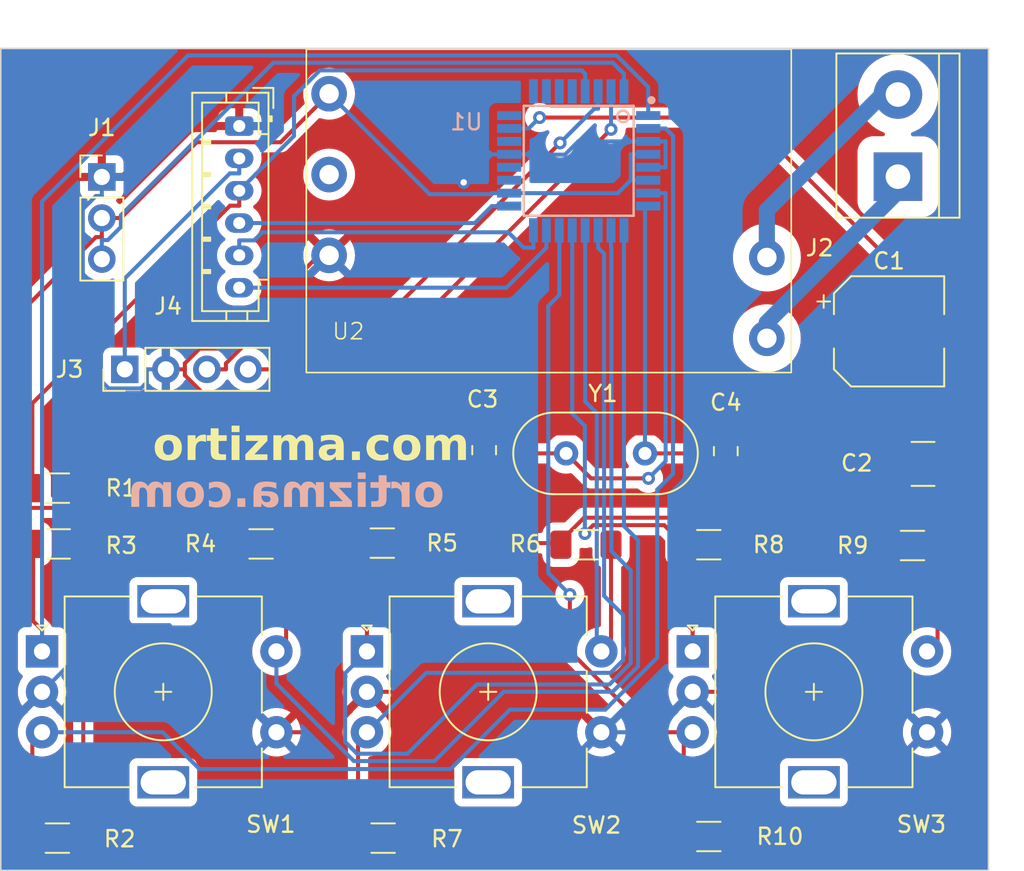
<source format=kicad_pcb>
(kicad_pcb (version 20221018) (generator pcbnew)
  (title_block (title "LightController") (date "2023-08-25") (rev "1.0.0") (company "Pablo Ortiz López") (comment 1 "ortizma.com") (comment 2 "Controls up to 3 LightDimmer units using ASK Codes (433MHz)"))
  (layers (0 "F.Cu" signal) (31 "B.Cu" signal) (34 "B.Paste" user) (35 "F.Paste" user) (36 "B.SilkS" user "B.Silkscreen") (37 "F.SilkS" user "F.Silkscreen") (38 "B.Mask" user) (39 "F.Mask" user) (44 "Edge.Cuts" user))
  (net 0 "")
  (net 1 "Net-(J2-AC_P)")
  (net 2 "Net-(J2-AC_N)")
  (net 3 "/PD3")
  (net 4 "/PD4")
  (net 5 "GND")
  (net 6 "/PD5")
  (net 7 "/RESET")
  (net 8 "+5V")
  (net 9 "Net-(U1-PB7)")
  (net 10 "Net-(U1-PB6)")
  (net 11 "VCC")
  (net 12 "/TX")
  (net 13 "/RX")
  (net 14 "/SCK")
  (net 15 "/MISO")
  (net 16 "/MOSI")
  (net 17 "/PD2")
  (net 18 "/PD6")
  (net 19 "/PB0")
  (net 20 "/PD7")
  (net 21 "/PB1")
  (net 22 "/PC0")
  (net 26 "/PB2")
  (footprint "Resistor_SMD:R_1206_3216Metric_Pad1.30x1.75mm_HandSolder" (layer "F.Cu") (at 163.904 104)
    (fp_text reference "R8" (at 3.7 0) (layer "F.SilkS"))
    (fp_text value "10K" hide)
    (pad "1" smd roundrect (at -1.55 0) (size 1.3 1.75) (layers "F.Cu" "F.Paste" "F.Mask") (roundrect_rratio 0.1923076923) (net 21 "/PB1"))
    (pad "2" smd roundrect (at 1.55 0) (size 1.3 1.75) (layers "F.Cu" "F.Paste" "F.Mask") (roundrect_rratio 0.1923076923) (net 8 "+5V"))
  )
  (footprint "Resistor_SMD:R_1206_3216Metric_Pad1.30x1.75mm_HandSolder" (layer "F.Cu") (at 176.504 104.05)
    (fp_text reference "R9" (at -3.7 0) (layer "F.SilkS"))
    (fp_text value "10K" hide)
    (pad "1" smd roundrect (at -1.55 0) (size 1.3 1.75) (layers "F.Cu" "F.Paste" "F.Mask") (roundrect_rratio 0.1923076923) (net 8 "+5V"))
    (pad "2" smd roundrect (at 1.55 0) (size 1.3 1.75) (layers "F.Cu" "F.Paste" "F.Mask") (roundrect_rratio 0.1923076923) (net 22 "/PC0"))
  )
  (footprint "Resistor_SMD:R_1206_3216Metric_Pad1.30x1.75mm_HandSolder" (layer "F.Cu") (at 136.204 103.95)
    (fp_text reference "R4" (at -3.75 0) (layer "F.SilkS"))
    (fp_text value "10K" hide)
    (pad "1" smd roundrect (at -1.55 0) (size 1.3 1.75) (layers "F.Cu" "F.Paste" "F.Mask") (roundrect_rratio 0.1923076923) (net 8 "+5V"))
    (pad "2" smd roundrect (at 1.55 0) (size 1.3 1.75) (layers "F.Cu" "F.Paste" "F.Mask") (roundrect_rratio 0.1923076923) (net 6 "/PD5"))
  )
  (footprint "Connector_PinHeader_2.54mm:PinHeader_1x04_P2.54mm_Vertical" (layer "F.Cu") (at 127.774 93.15 90)
    (fp_text reference "J3" (at 0 -3.42) (layer "F.SilkS"))
    (fp_text value "SERIAL")
    (pad "1" thru_hole rect (at 0 0 90) (size 1.7 1.7) (drill 1) (layers "*.Cu" "*.Mask") (net 11 "VCC"))
    (pad "2" thru_hole oval (at 0 2.54 90) (size 1.7 1.7) (drill 1) (layers "*.Cu" "*.Mask") (net 5 "GND"))
    (pad "3" thru_hole oval (at 0 5.08 90) (size 1.7 1.7) (drill 1) (layers "*.Cu" "*.Mask") (net 12 "/TX"))
    (pad "4" thru_hole oval (at 0 7.62 90) (size 1.7 1.7) (drill 1) (layers "*.Cu" "*.Mask") (net 13 "/RX"))
  )
  (footprint "Resistor_SMD:R_1206_3216Metric_Pad1.30x1.75mm_HandSolder" (layer "F.Cu") (at 123.604 100.5)
    (fp_text reference "R1" (at 3.95 0) (layer "F.SilkS"))
    (fp_text value "10K" hide)
    (pad "1" smd roundrect (at -1.55 0) (size 1.3 1.75) (layers "F.Cu" "F.Paste" "F.Mask") (roundrect_rratio 0.1923076923) (net 7 "/RESET"))
    (pad "2" smd roundrect (at 1.55 0) (size 1.3 1.75) (layers "F.Cu" "F.Paste" "F.Mask") (roundrect_rratio 0.1923076923) (net 8 "+5V"))
  )
  (footprint "Capacitor_SMD:CP_Elec_6.3x4.9" (layer "F.Cu") (at 175.054 90.8)
    (fp_text reference "C1" (at 0 -4.35) (layer "F.SilkS"))
    (fp_text value "10uF")
    (pad "1" smd roundrect (at -2.8 0) (size 3.5 1.6) (layers "F.Cu" "F.Paste" "F.Mask") (roundrect_rratio 0.15625) (net 8 "+5V"))
    (pad "2" smd roundrect (at 2.8 0) (size 3.5 1.6) (layers "F.Cu" "F.Paste" "F.Mask") (roundrect_rratio 0.15625) (net 5 "GND"))
  )
  (footprint "Resistor_SMD:R_1206_3216Metric_Pad1.30x1.75mm_HandSolder" (layer "F.Cu") (at 143.704 103.9)
    (fp_text reference "R5" (at 3.7 0) (layer "F.SilkS"))
    (fp_text value "10K" hide)
    (pad "1" smd roundrect (at -1.55 0) (size 1.3 1.75) (layers "F.Cu" "F.Paste" "F.Mask") (roundrect_rratio 0.1923076923) (net 18 "/PD6"))
    (pad "2" smd roundrect (at 1.55 0) (size 1.3 1.75) (layers "F.Cu" "F.Paste" "F.Mask") (roundrect_rratio 0.1923076923) (net 8 "+5V"))
  )
  (footprint "Resistor_SMD:R_1206_3216Metric_Pad1.30x1.75mm_HandSolder" (layer "F.Cu") (at 123.654 103.95)
    (fp_text reference "R3" (at 3.9 0.1) (layer "F.SilkS"))
    (fp_text value "10K" hide)
    (pad "1" smd roundrect (at -1.55 0) (size 1.3 1.75) (layers "F.Cu" "F.Paste" "F.Mask") (roundrect_rratio 0.1923076923) (net 3 "/PD3"))
    (pad "2" smd roundrect (at 1.55 0) (size 1.3 1.75) (layers "F.Cu" "F.Paste" "F.Mask") (roundrect_rratio 0.1923076923) (net 8 "+5V"))
  )
  (footprint "AA_Footprints:RotaryEncoder_Alps_EC11E-Switch_Vertical_H20mm" (layer "F.Cu") (at 122.654 110.6)
    (fp_text reference "SW1" (at 14.15 10.7 180) (layer "F.SilkS"))
    (fp_text value "RotaryEncoder_Switch" hide)
    (pad "A" thru_hole rect (at 0 0) (size 2 2) (drill 1) (layers "*.Cu" "*.Mask") (net 3 "/PD3"))
    (pad "B" thru_hole circle (at 0 5) (size 2 2) (drill 1) (layers "*.Cu" "*.Mask") (net 4 "/PD4"))
    (pad "C" thru_hole circle (at 0 2.5) (size 2 2) (drill 1) (layers "*.Cu" "*.Mask") (net 5 "GND"))
    (pad "MP" thru_hole rect (at 7.5 -3.1) (size 3.2 2) (drill oval 2.8 1.5) (layers "*.Cu" "*.Mask"))
    (pad "MP" thru_hole rect (at 7.5 8.1) (size 3.2 2) (drill oval 2.8 1.5) (layers "*.Cu" "*.Mask"))
    (pad "S1" thru_hole circle (at 14.5 5) (size 2 2) (drill 1) (layers "*.Cu" "*.Mask") (net 5 "GND"))
    (pad "S2" thru_hole circle (at 14.5 0) (size 2 2) (drill 1) (layers "*.Cu" "*.Mask") (net 6 "/PD5"))
  )
  (footprint "Connector_JST:JST_PH_B6B-PH-K_1x06_P2.00mm_Vertical" (layer "F.Cu") (at 134.854 78.1 -90)
    (fp_text reference "J4" (at 11.15 4.4 -180) (layer "F.SilkS"))
    (fp_text value "ICSP")
    (pad "1" thru_hole roundrect (at 0 0 270) (size 1.2 1.75) (drill 0.75) (layers "*.Cu" "*.Mask") (roundrect_rratio 0.2083333333) (net 5 "GND"))
    (pad "2" thru_hole oval (at 2 0 270) (size 1.2 1.75) (drill 0.75) (layers "*.Cu" "*.Mask") (net 11 "VCC"))
    (pad "3" thru_hole oval (at 4 0 270) (size 1.2 1.75) (drill 0.75) (layers "*.Cu" "*.Mask") (net 7 "/RESET"))
    (pad "4" thru_hole oval (at 6 0 270) (size 1.2 1.75) (drill 0.75) (layers "*.Cu" "*.Mask") (net 14 "/SCK"))
    (pad "5" thru_hole oval (at 8 0 270) (size 1.2 1.75) (drill 0.75) (layers "*.Cu" "*.Mask") (net 15 "/MISO"))
    (pad "6" thru_hole oval (at 10 0 270) (size 1.2 1.75) (drill 0.75) (layers "*.Cu" "*.Mask") (net 16 "/MOSI"))
  )
  (footprint "Capacitor_SMD:C_0805_2012Metric_Pad1.18x1.45mm_HandSolder" (layer "F.Cu") (at 164.954 98.2125 -90)
    (fp_text reference "C4" (at -3.0125 0 -180) (layer "F.SilkS"))
    (fp_text value "22pF" hide)
    (pad "1" smd roundrect (at -1.0375 0 270) (size 1.175 1.45) (layers "F.Cu" "F.Paste" "F.Mask") (roundrect_rratio 0.2127659574) (net 5 "GND"))
    (pad "2" smd roundrect (at 1.0375 0 270) (size 1.175 1.45) (layers "F.Cu" "F.Paste" "F.Mask") (roundrect_rratio 0.2127659574) (net 9 "Net-(U1-PB7)"))
  )
  (footprint "AA_Footprints:5V07" (layer "F.Cu") (at 153.564 83.51)
    (fp_text reference "U2" (at -11.96 7.29 unlocked) (layer "F.SilkS") (effects (font (thickness 0.1))))
    (fp_text value "5V07 Transformer")
    (pad "1" thru_hole circle (at 13.93 7.72) (size 2.2 2.2) (drill 1.2) (layers "*.Cu" "*.Mask") (net 1 "Net-(J2-AC_P)"))
    (pad "2" thru_hole circle (at 13.93 2.72) (size 2.2 2.2) (drill 1.2) (layers "*.Cu" "*.Mask") (net 2 "Net-(J2-AC_N)"))
    (pad "3" thru_hole circle (at -13.15 2.59) (size 2.2 2.2) (drill 1.2) (layers "*.Cu" "*.Mask") (net 5 "GND"))
    (pad "4" thru_hole circle (at -13.15 -2.41) (size 2.2 2.2) (drill 1.2) (layers "*.Cu" "*.Mask"))
    (pad "5" thru_hole circle (at -13.15 -7.41) (size 2.2 2.2) (drill 1.2) (layers "*.Cu" "*.Mask") (net 8 "+5V"))
  )
  (footprint "Capacitor_SMD:C_1210_3225Metric_Pad1.33x2.70mm_HandSolder" (layer "F.Cu") (at 177.154 99)
    (fp_text reference "C2" (at -4.1 -0.05) (layer "F.SilkS"))
    (fp_text value "100nF")
    (pad "1" smd roundrect (at -1.5625 0) (size 1.325 2.7) (layers "F.Cu" "F.Paste" "F.Mask") (roundrect_rratio 0.1886792453) (net 8 "+5V"))
    (pad "2" smd roundrect (at 1.5625 0) (size 1.325 2.7) (layers "F.Cu" "F.Paste" "F.Mask") (roundrect_rratio 0.1886792453) (net 5 "GND"))
  )
  (footprint "Resistor_SMD:R_1206_3216Metric_Pad1.30x1.75mm_HandSolder" (layer "F.Cu") (at 156.304 104)
    (fp_text reference "R6" (at -3.75 -0.05) (layer "F.SilkS"))
    (fp_text value "10K" hide)
    (pad "1" smd roundrect (at -1.55 0) (size 1.3 1.75) (layers "F.Cu" "F.Paste" "F.Mask") (roundrect_rratio 0.1923076923) (net 8 "+5V"))
    (pad "2" smd roundrect (at 1.55 0) (size 1.3 1.75) (layers "F.Cu" "F.Paste" "F.Mask") (roundrect_rratio 0.1923076923) (net 19 "/PB0"))
  )
  (footprint "AA_Footprints:RotaryEncoder_Alps_EC11E-Switch_Vertical_H20mm" (layer "F.Cu") (at 142.754 110.6)
    (fp_text reference "SW2" (at 14.2 10.75 180) (layer "F.SilkS"))
    (fp_text value "RotaryEncoder_Switch" hide)
    (pad "A" thru_hole rect (at 0 0) (size 2 2) (drill 1) (layers "*.Cu" "*.Mask") (net 18 "/PD6"))
    (pad "B" thru_hole circle (at 0 5) (size 2 2) (drill 1) (layers "*.Cu" "*.Mask") (net 20 "/PD7"))
    (pad "C" thru_hole circle (at 0 2.5) (size 2 2) (drill 1) (layers "*.Cu" "*.Mask") (net 5 "GND"))
    (pad "MP" thru_hole rect (at 7.5 -3.1) (size 3.2 2) (drill oval 2.8 1.5) (layers "*.Cu" "*.Mask"))
    (pad "MP" thru_hole rect (at 7.5 8.1) (size 3.2 2) (drill oval 2.8 1.5) (layers "*.Cu" "*.Mask"))
    (pad "S1" thru_hole circle (at 14.5 5) (size 2 2) (drill 1) (layers "*.Cu" "*.Mask") (net 5 "GND"))
    (pad "S2" thru_hole circle (at 14.5 0) (size 2 2) (drill 1) (layers "*.Cu" "*.Mask") (net 19 "/PB0"))
  )
  (footprint "AA_Footprints:Terminal_KF128-2P" (layer "F.Cu") (at 175.604 81.23 90)
    (fp_text reference "J2" (at -4.41 -4.85 180) (layer "F.SilkS"))
    (fp_text value "AC")
    (pad "1" thru_hole rect (at 0 0 90) (size 3 3) (drill 1.52) (layers "*.Cu" "*.Mask") (net 1 "Net-(J2-AC_P)"))
    (pad "2" thru_hole circle (at 5.08 0 90) (size 3 3) (drill 1.52) (layers "*.Cu" "*.Mask") (net 2 "Net-(J2-AC_N)"))
  )
  (footprint "AA_Footprints:RF ASK Emitter" (layer "F.Cu") (at 126.354 81.25)
    (fp_text reference "J1" (at 0 -3.05 180) (layer "F.SilkS"))
    (fp_text value "RF_TX")
    (pad "1" thru_hole rect (at 0 0) (size 1.7 1.7) (drill 1) (layers "*.Cu" "*.Mask") (net 5 "GND"))
    (pad "2" thru_hole oval (at 0 2.54) (size 1.7 1.7) (drill 1) (layers "*.Cu" "*.Mask") (net 8 "+5V"))
    (pad "3" thru_hole oval (at 0 5.08) (size 1.7 1.7) (drill 1) (layers "*.Cu" "*.Mask") (net 17 "/PD2"))
  )
  (footprint "AA_Footprints:RotaryEncoder_Alps_EC11E-Switch_Vertical_H20mm" (layer "F.Cu") (at 162.904 110.6)
    (fp_text reference "SW3" (at 14.15 10.7 180) (layer "F.SilkS"))
    (fp_text value "RotaryEncoder_Switch" hide)
    (pad "A" thru_hole rect (at 0 0) (size 2 2) (drill 1) (layers "*.Cu" "*.Mask") (net 21 "/PB1"))
    (pad "B" thru_hole circle (at 0 5) (size 2 2) (drill 1) (layers "*.Cu" "*.Mask") (net 26 "/PB2"))
    (pad "C" thru_hole circle (at 0 2.5) (size 2 2) (drill 1) (layers "*.Cu" "*.Mask") (net 5 "GND"))
    (pad "MP" thru_hole rect (at 7.5 -3.1) (size 3.2 2) (drill oval 2.8 1.5) (layers "*.Cu" "*.Mask"))
    (pad "MP" thru_hole rect (at 7.5 8.1) (size 3.2 2) (drill oval 2.8 1.5) (layers "*.Cu" "*.Mask"))
    (pad "S1" thru_hole circle (at 14.5 5) (size 2 2) (drill 1) (layers "*.Cu" "*.Mask") (net 5 "GND"))
    (pad "S2" thru_hole circle (at 14.5 0) (size 2 2) (drill 1) (layers "*.Cu" "*.Mask") (net 22 "/PC0"))
  )
  (footprint "Capacitor_SMD:C_0805_2012Metric_Pad1.18x1.45mm_HandSolder" (layer "F.Cu") (at 150.004 98.15 -90)
    (fp_text reference "C3" (at -3.15 0.1 -180) (layer "F.SilkS"))
    (fp_text value "22pF" hide)
    (pad "1" smd roundrect (at -1.0375 0 270) (size 1.175 1.45) (layers "F.Cu" "F.Paste" "F.Mask") (roundrect_rratio 0.2127659574) (net 5 "GND"))
    (pad "2" smd roundrect (at 1.0375 0 270) (size 1.175 1.45) (layers "F.Cu" "F.Paste" "F.Mask") (roundrect_rratio 0.2127659574) (net 10 "Net-(U1-PB6)"))
  )
  (footprint "Resistor_SMD:R_1206_3216Metric_Pad1.30x1.75mm_HandSolder" (layer "F.Cu") (at 143.754 122.15)
    (fp_text reference "R7" (at 3.95 0.05) (layer "F.SilkS"))
    (fp_text value "10K" hide)
    (pad "1" smd roundrect (at -1.55 0) (size 1.3 1.75) (layers "F.Cu" "F.Paste" "F.Mask") (roundrect_rratio 0.1923076923) (net 20 "/PD7"))
    (pad "2" smd roundrect (at 1.55 0) (size 1.3 1.75) (layers "F.Cu" "F.Paste" "F.Mask") (roundrect_rratio 0.1923076923) (net 8 "+5V"))
  )
  (footprint "Resistor_SMD:R_1206_3216Metric_Pad1.30x1.75mm_HandSolder" (layer "F.Cu") (at 163.904 122.05)
    (fp_text reference "R10" (at 4.4 0) (layer "F.SilkS"))
    (fp_text value "10K" hide)
    (pad "1" smd roundrect (at -1.55 0) (size 1.3 1.75) (layers "F.Cu" "F.Paste" "F.Mask") (roundrect_rratio 0.1923076923) (net 26 "/PB2"))
    (pad "2" smd roundrect (at 1.55 0) (size 1.3 1.75) (layers "F.Cu" "F.Paste" "F.Mask") (roundrect_rratio 0.1923076923) (net 8 "+5V"))
  )
  (footprint "Resistor_SMD:R_1206_3216Metric_Pad1.30x1.75mm_HandSolder" (layer "F.Cu") (at 123.604 122.15)
    (fp_text reference "R2" (at 3.85 0.05) (layer "F.SilkS"))
    (fp_text value "10K" hide)
    (pad "1" smd roundrect (at -1.55 0) (size 1.3 1.75) (layers "F.Cu" "F.Paste" "F.Mask") (roundrect_rratio 0.1923076923) (net 4 "/PD4"))
    (pad "2" smd roundrect (at 1.55 0) (size 1.3 1.75) (layers "F.Cu" "F.Paste" "F.Mask") (roundrect_rratio 0.1923076923) (net 8 "+5V"))
  )
  (footprint "Crystal:Crystal_HC49-4H_Vertical" (layer "F.Cu") (at 159.954 98.35 180)
    (fp_text reference "Y1" (at 2.6 3.7 180) (layer "F.SilkS"))
    (fp_text value "16MHz")
    (pad "1" thru_hole circle (at 0 0 180) (size 1.5 1.5) (drill 0.8) (layers "*.Cu" "*.Mask") (net 9 "Net-(U1-PB7)"))
    (pad "2" thru_hole circle (at 4.88 0 180) (size 1.5 1.5) (drill 0.8) (layers "*.Cu" "*.Mask") (net 10 "Net-(U1-PB6)"))
  )
  (footprint "AA_Footprints:Atmega328p-TQFP" (layer "B.Cu") (at 155.854 80.25 180)
    (fp_text reference "U1" (at 6.95 2.4) (layer "B.SilkS") (effects (justify mirror)))
    (fp_text value "ATMEGA328P-AU")
    (pad "1" smd rect (at -4.3 2.8 180) (size 1.5 0.55) (layers "B.Cu" "B.Paste" "B.Mask") (net 3 "/PD3"))
    (pad "2" smd rect (at -4.3 2 180) (size 1.5 0.55) (layers "B.Cu" "B.Paste" "B.Mask") (net 4 "/PD4"))
    (pad "3" smd rect (at -4.3 1.2 180) (size 1.5 0.55) (layers "B.Cu" "B.Paste" "B.Mask") (net 5 "GND"))
    (pad "4" smd rect (at -4.3 0.4 180) (size 1.5 0.55) (layers "B.Cu" "B.Paste" "B.Mask") (net 8 "+5V"))
    (pad "5" smd rect (at -4.3 -0.4 180) (size 1.5 0.55) (layers "B.Cu" "B.Paste" "B.Mask") (net 5 "GND"))
    (pad "6" smd rect (at -4.3 -1.2 180) (size 1.5 0.55) (layers "B.Cu" "B.Paste" "B.Mask") (net 8 "+5V"))
    (pad "7" smd rect (at -4.3 -2 180) (size 1.5 0.55) (layers "B.Cu" "B.Paste" "B.Mask") (net 10 "Net-(U1-PB6)"))
    (pad "8" smd rect (at -4.3 -2.8 180) (size 1.5 0.55) (layers "B.Cu" "B.Paste" "B.Mask") (net 9 "Net-(U1-PB7)"))
    (pad "9" smd rect (at -2.8 -4.3 180) (size 0.55 1.5) (layers "B.Cu" "B.Paste" "B.Mask") (net 6 "/PD5"))
    (pad "10" smd rect (at -2 -4.3 180) (size 0.55 1.5) (layers "B.Cu" "B.Paste" "B.Mask") (net 18 "/PD6"))
    (pad "11" smd rect (at -1.2 -4.3 180) (size 0.55 1.5) (layers "B.Cu" "B.Paste" "B.Mask") (net 20 "/PD7"))
    (pad "12" smd rect (at -0.4 -4.3 180) (size 0.55 1.5) (layers "B.Cu" "B.Paste" "B.Mask") (net 19 "/PB0"))
    (pad "13" smd rect (at 0.4 -4.3 180) (size 0.55 1.5) (layers "B.Cu" "B.Paste" "B.Mask") (net 21 "/PB1"))
    (pad "14" smd rect (at 1.2 -4.3 180) (size 0.55 1.5) (layers "B.Cu" "B.Paste" "B.Mask") (net 26 "/PB2"))
    (pad "15" smd rect (at 2 -4.3 180) (size 0.55 1.5) (layers "B.Cu" "B.Paste" "B.Mask") (net 16 "/MOSI"))
    (pad "16" smd rect (at 2.8 -4.3 180) (size 0.55 1.5) (layers "B.Cu" "B.Paste" "B.Mask") (net 15 "/MISO"))
    (pad "17" smd rect (at 4.3 -2.8 180) (size 1.5 0.55) (layers "B.Cu" "B.Paste" "B.Mask") (net 14 "/SCK"))
    (pad "18" smd rect (at 4.3 -2 180) (size 1.5 0.55) (layers "B.Cu" "B.Paste" "B.Mask") (net 8 "+5V"))
    (pad "19" smd rect (at 4.3 -1.2 180) (size 1.5 0.55) (layers "B.Cu" "B.Paste" "B.Mask"))
    (pad "20" smd rect (at 4.3 -0.4 180) (size 1.5 0.55) (layers "B.Cu" "B.Paste" "B.Mask"))
    (pad "21" smd rect (at 4.3 0.4 180) (size 1.5 0.55) (layers "B.Cu" "B.Paste" "B.Mask") (net 5 "GND"))
    (pad "22" smd rect (at 4.3 1.2 180) (size 1.5 0.55) (layers "B.Cu" "B.Paste" "B.Mask"))
    (pad "23" smd rect (at 4.3 2 180) (size 1.5 0.55) (layers "B.Cu" "B.Paste" "B.Mask") (net 22 "/PC0"))
    (pad "24" smd rect (at 4.3 2.8 180) (size 1.5 0.55) (layers "B.Cu" "B.Paste" "B.Mask"))
    (pad "25" smd rect (at 2.8 4.3 180) (size 0.55 1.5) (layers "B.Cu" "B.Paste" "B.Mask"))
    (pad "26" smd rect (at 2 4.3 180) (size 0.55 1.5) (layers "B.Cu" "B.Paste" "B.Mask"))
    (pad "27" smd rect (at 1.2 4.3 180) (size 0.55 1.5) (layers "B.Cu" "B.Paste" "B.Mask"))
    (pad "28" smd rect (at 0.4 4.3 180) (size 0.55 1.5) (layers "B.Cu" "B.Paste" "B.Mask"))
    (pad "29" smd rect (at -0.4 4.3 180) (size 0.55 1.5) (layers "B.Cu" "B.Paste" "B.Mask") (net 7 "/RESET"))
    (pad "30" smd rect (at -1.2 4.3 180) (size 0.55 1.5) (layers "B.Cu" "B.Paste" "B.Mask") (net 12 "/TX"))
    (pad "31" smd rect (at -2 4.3 180) (size 0.55 1.5) (layers "B.Cu" "B.Paste" "B.Mask") (net 13 "/RX"))
    (pad "32" smd rect (at -2.8 4.3 180) (size 0.55 1.5) (layers "B.Cu" "B.Paste" "B.Mask") (net 17 "/PD2"))
  )
  (gr_rect (start 120.104 73.3) (end 181.204 124.15) (stroke (width 0.1)) (fill none) (layer "Edge.Cuts"))
  (gr_text "ortizma.com" (at 147.55 102) (layer "B.SilkS") (effects (font (size 2 2) (thickness 0.3) bold) (justify left bottom mirror)))
  (gr_text "ortizma.com" (at 129.504 99.1) (layer "F.SilkS") (effects (font (size 2 2) (thickness 0.3) bold) (justify left bottom)))
  (segment (start 167.494 90.256) (end 167.494 91.23) (width 1) (layer "B.Cu") (net 1))
  (segment (start 175.604 82.146) (end 167.494 90.256) (width 1) (layer "B.Cu") (net 1))
  (segment (start 175.604 81.23) (end 175.604 82.146) (width 1) (layer "B.Cu") (net 1))
  (segment (start 174.65 76.15) (end 167.494 83.306) (width 1) (layer "B.Cu") (net 2))
  (segment (start 167.494 83.306) (end 167.494 86.23) (width 1) (layer "B.Cu") (net 2))
  (segment (start 175.604 76.15) (end 174.65 76.15) (width 1) (layer "B.Cu") (net 2))
  (segment (start 122.654 110.6) (end 122.654 109.2731) (width 0.25) (layer "F.Cu") (net 3))
  (segment (start 122.104 103.95) (end 122.104 108.7231) (width 0.25) (layer "F.Cu") (net 3))
  (segment (start 122.104 108.7231) (end 122.654 109.2731) (width 0.25) (layer "F.Cu") (net 3))
  (segment (start 122.654 82.7618) (end 122.654 110.6) (width 0.25) (layer "B.Cu") (net 3))
  (segment (start 131.6838 73.732) (end 122.654 82.7618) (width 0.25) (layer "B.Cu") (net 3))
  (segment (start 160.154 77.45) (end 160.154 75.6852) (width 0.25) (layer "B.Cu") (net 3))
  (segment (start 160.154 75.6852) (end 158.2008 73.732) (width 0.25) (layer "B.Cu") (net 3))
  (segment (start 158.2008 73.732) (end 131.6838 73.732) (width 0.25) (layer "B.Cu") (net 3))
  (segment (start 122.654 115.6) (end 122.054 116.2) (width 0.25) (layer "F.Cu") (net 4))
  (segment (start 122.054 116.2) (end 122.054 122.15) (width 0.25) (layer "F.Cu") (net 4))
  (segment (start 157.4937 114.2051) (end 160.7124 110.9864) (width 0.25) (layer "B.Cu") (net 4))
  (segment (start 130.1163 115.6) (end 132.3941 117.8778) (width 0.25) (layer "B.Cu") (net 4))
  (segment (start 161.688 78.7071) (end 161.2309 78.25) (width 0.25) (layer "B.Cu") (net 4))
  (segment (start 160.7124 100.5882) (end 161.688 99.6126) (width 0.25) (layer "B.Cu") (net 4))
  (segment (start 160.7124 110.9864) (end 160.7124 100.5882) (width 0.25) (layer "B.Cu") (net 4))
  (segment (start 151.6015 114.2051) (end 157.4937 114.2051) (width 0.25) (layer "B.Cu") (net 4))
  (segment (start 122.654 115.6) (end 130.1163 115.6) (width 0.25) (layer "B.Cu") (net 4))
  (segment (start 161.688 99.6126) (end 161.688 78.7071) (width 0.25) (layer "B.Cu") (net 4))
  (segment (start 147.9288 117.8778) (end 151.6015 114.2051) (width 0.25) (layer "B.Cu") (net 4))
  (segment (start 132.3941 117.8778) (end 147.9288 117.8778) (width 0.25) (layer "B.Cu") (net 4))
  (segment (start 160.154 78.25) (end 161.2309 78.25) (width 0.25) (layer "B.Cu") (net 4))
  (segment (start 140.254 115.6) (end 142.754 113.1) (width 0.25) (layer "F.Cu") (net 5))
  (segment (start 174.904 113.1) (end 174.904 106.8722) (width 0.25) (layer "F.Cu") (net 5))
  (segment (start 126.354 81.25) (end 127.5309 81.25) (width 0.25) (layer "F.Cu") (net 5))
  (segment (start 174.904 113.1) (end 177.404 115.6) (width 0.25) (layer "F.Cu") (net 5))
  (segment (start 144.9282 81.5858) (end 148.7388 81.5858) (width 0.25) (layer "F.Cu") (net 5))
  (segment (start 135.0876 97.1125) (end 150.004 97.1125) (width 0.25) (layer "F.Cu") (net 5))
  (segment (start 157.254 115.6) (end 154.754 113.1) (width 0.25) (layer "F.Cu") (net 5))
  (segment (start 174.904 106.8722) (end 176.5804 105.1958) (width 0.25) (layer "F.Cu") (net 5))
  (segment (start 131.4909 92.78) (end 131.4909 93.15) (width 0.25) (layer "F.Cu") (net 5))
  (segment (start 164.8915 97.1125) (end 164.954 97.175) (width 0.25) (layer "F.Cu") (net 5))
  (segment (start 130.314 93.15) (end 131.4909 93.15) (width 0.25) (layer "F.Cu") (net 5))
  (segment (start 134.0061 91.8688) (end 132.4021 91.8688) (width 0.25) (layer "F.Cu") (net 5))
  (segment (start 130.6809 78.1) (end 127.5309 81.25) (width 0.25) (layer "F.Cu") (net 5))
  (segment (start 177.854 98.1375) (end 177.854 90.8) (width 0.25) (layer "F.Cu") (net 5))
  (segment (start 140.414 86.1) (end 144.9282 81.5858) (width 0.25) (layer "F.Cu") (net 5))
  (segment (start 137.154 115.6) (end 140.254 115.6) (width 0.25) (layer "F.Cu") (net 5))
  (segment (start 131.4909 93.15) (end 131.4909 93.5158) (width 0.25) (layer "F.Cu") (net 5))
  (segment (start 139.7749 86.1) (end 134.0061 91.8688) (width 0.25) (layer "F.Cu") (net 5))
  (segment (start 140.414 86.1) (end 139.7749 86.1) (width 0.25) (layer "F.Cu") (net 5))
  (segment (start 154.754 113.1) (end 142.754 113.1) (width 0.25) (layer "F.Cu") (net 5))
  (segment (start 131.4909 93.5158) (end 135.0876 97.1125) (width 0.25) (layer "F.Cu") (net 5))
  (segment (start 134.854 78.1) (end 130.6809 78.1) (width 0.25) (layer "F.Cu") (net 5))
  (segment (start 162.904 113.1) (end 174.904 113.1) (width 0.25) (layer "F.Cu") (net 5))
  (segment (start 176.5804 105.1958) (end 176.5804 101.1361) (width 0.25) (layer "F.Cu") (net 5))
  (segment (start 150.004 97.1125) (end 164.8915 97.1125) (width 0.25) (layer "F.Cu") (net 5))
  (segment (start 132.4021 91.8688) (end 131.4909 92.78) (width 0.25) (layer "F.Cu") (net 5))
  (segment (start 176.5804 101.1361) (end 178.7165 99) (width 0.25) (layer "F.Cu") (net 5))
  (segment (start 178.7165 99) (end 177.854 98.1375) (width 0.25) (layer "F.Cu") (net 5))
  (via (at 148.7388 81.5858) (size 0.8) (drill 0.4) (layers "F.Cu" "B.Cu") (net 5))
  (segment (start 126.7773 108.9767) (end 130.5307 108.9767) (width 0.25) (layer "B.Cu") (net 5))
  (segment (start 151.554 79.85) (end 150.4771 79.85) (width 0.25) (layer "B.Cu") (net 5))
  (segment (start 155.8242 79.05) (end 160.154 79.05) (width 0.25) (layer "B.Cu") (net 5))
  (segment (start 126.7773 108.9767) (end 122.654 113.1) (width 0.25) (layer "B.Cu") (net 5))
  (segment (start 155.8242 79.0501) (end 155.8242 79.05) (width 0.25) (layer "B.Cu") (net 5))
  (segment (start 162.904 113.1) (end 160.404 115.6) (width 0.25) (layer "B.Cu") (net 5))
  (segment (start 125.9861 82.4269) (end 126.354 82.4269) (width 0.25) (layer "B.Cu") (net 5))
  (segment (start 126.354 81.25) (end 126.354 82.4269) (width 0.25) (layer "B.Cu") (net 5))
  (segment (start 125.1771 92.7295) (end 125.1771 83.2359) (width 0.25) (layer "B.Cu") (net 5))
  (segment (start 150.4771 79.85) (end 150.4746 79.85) (width 0.25) (layer "B.Cu") (net 5))
  (segment (start 150.4746 79.85) (end 148.7388 81.5858) (width 0.25) (layer "B.Cu") (net 5))
  (segment (start 151.554 79.85) (end 152.6309 79.85) (width 0.25) (layer "B.Cu") (net 5))
  (segment (start 128.7665 94.3297) (end 126.7773 94.3297) (width 0.25) (layer "B.Cu") (net 5))
  (segment (start 160.154 80.65) (end 161.2309 80.65) (width 0.25) (layer "B.Cu") (net 5))
  (segment (start 126.7773 94.3297) (end 126.7773 108.9767) (width 0.25) (layer "B.Cu") (net 5))
  (segment (start 130.5307 108.9767) (end 137.154 115.6) (width 0.25) (layer "B.Cu") (net 5))
  (segment (start 126.7773 94.3297) (end 125.1771 92.7295) (width 0.25) (layer "B.Cu") (net 5))
  (segment (start 129.1371 93.9591) (end 128.7665 94.3297) (width 0.25) (layer "B.Cu") (net 5))
  (segment (start 130.314 93.15) (end 129.1371 93.15) (width 0.25) (layer "B.Cu") (net 5))
  (segment (start 155.0046 79.8697) (end 155.8242 79.0501) (width 0.25) (layer "B.Cu") (net 5))
  (segment (start 160.404 115.6) (end 157.254 115.6) (width 0.25) (layer "B.Cu") (net 5))
  (segment (start 160.154 79.05) (end 161.2309 79.05) (width 0.25) (layer "B.Cu") (net 5))
  (segment (start 129.1371 93.15) (end 129.1371 93.9591) (width 0.25) (layer "B.Cu") (net 5))
  (segment (start 125.1771 83.2359) (end 125.9861 82.4269) (width 0.25) (layer "B.Cu") (net 5))
  (segment (start 152.6309 79.85) (end 152.6506 79.8697) (width 0.25) (layer "B.Cu") (net 5))
  (segment (start 152.6506 79.8697) (end 155.0046 79.8697) (width 0.25) (layer "B.Cu") (net 5))
  (segment (start 161.2309 80.65) (end 161.2309 79.05) (width 0.25) (layer "B.Cu") (net 5))
  (segment (start 137.754 110) (end 137.154 110.6) (width 0.25) (layer "F.Cu") (net 6))
  (segment (start 137.754 103.95) (end 137.754 110) (width 0.25) (layer "F.Cu") (net 6))
  (segment (start 151.2244 113.0956) (end 146.9378 117.3822) (width 0.25) (layer "B.Cu") (net 6))
  (segment (start 137.154 112.5923) (end 137.154 110.6) (width 0.25) (layer "B.Cu") (net 6))
  (segment (start 158.654 102.8485) (end 159.5281 103.7226) (width 0.25) (layer "B.Cu") (net 6))
  (segment (start 158.654 84.55) (end 158.654 102.8485) (width 0.25) (layer "B.Cu") (net 6))
  (segment (start 157.9548 113.0956) (end 151.2244 113.0956) (width 0.25) (layer "B.Cu") (net 6))
  (segment (start 141.9439 117.3822) (end 137.154 112.5923) (width 0.25) (layer "B.Cu") (net 6))
  (segment (start 146.9378 117.3822) (end 141.9439 117.3822) (width 0.25) (layer "B.Cu") (net 6))
  (segment (start 159.5281 103.7226) (end 159.5281 111.5223) (width 0.25) (layer "B.Cu") (net 6))
  (segment (start 159.5281 111.5223) (end 157.9548 113.0956) (width 0.25) (layer "B.Cu") (net 6))
  (segment (start 134.854 82.1) (end 134.854 83.0269) (width 0.25) (layer "F.Cu") (net 7))
  (segment (start 134.2794 83.0269) (end 134.854 83.0269) (width 0.25) (layer "F.Cu") (net 7))
  (segment (start 122.054 95.2523) (end 134.2794 83.0269) (width 0.25) (layer "F.Cu") (net 7))
  (segment (start 122.054 100.5) (end 122.054 95.2523) (width 0.25) (layer "F.Cu") (net 7))
  (segment (start 139.8401 74.6552) (end 156.0361 74.6552) (width 0.25) (layer "B.Cu") (net 7))
  (segment (start 134.854 82.1) (end 138.2431 78.7109) (width 0.25) (layer "B.Cu") (net 7))
  (segment (start 156.254 75.95) (end 156.254 74.8731) (width 0.25) (layer "B.Cu") (net 7))
  (segment (start 138.2431 76.2522) (end 139.8401 74.6552) (width 0.25) (layer "B.Cu") (net 7))
  (segment (start 156.0361 74.6552) (end 156.254 74.8731) (width 0.25) (layer "B.Cu") (net 7))
  (segment (start 138.2431 78.7109) (end 138.2431 76.2522) (width 0.25) (layer "B.Cu") (net 7))
  (segment (start 154.754 103.7604) (end 154.754 103.9) (width 0.25) (layer "F.Cu") (net 8))
  (segment (start 125.154 101.7214) (end 121.3774 101.7214) (width 0.25) (layer "F.Cu") (net 8))
  (segment (start 125.204 122.1) (end 125.154 122.15) (width 0.25) (layer "F.Cu") (net 8))
  (segment (start 154.754 103.9) (end 154.754 104) (width 0.25) (layer "F.Cu") (net 8))
  (segment (start 126.4719 123.3679) (end 144.0861 123.3679) (width 0.25) (layer "F.Cu") (net 8))
  (segment (start 175.5915 99) (end 174.954 99.6375) (width 0.25) (layer "F.Cu") (net 8))
  (segment (start 164.1983 123.3057) (end 165.454 122.05) (width 0.25) (layer "F.Cu") (net 8))
  (segment (start 165.454 104) (end 163.7838 102.3298) (width 0.25) (layer "F.Cu") (net 8))
  (segment (start 134.654 103.95) (end 135.9164 102.6876) (width 0.25) (layer "F.Cu") (net 8))
  (segment (start 156.1846 102.3298) (end 154.754 103.7604) (width 0.25) (layer "F.Cu") (net 8))
  (segment (start 126.354 83.79) (end 127.5309 83.79) (width 0.25) (layer "F.Cu") (net 8))
  (segment (start 145.304 122.15) (end 146.4597 123.3057) (width 0.25) (layer "F.Cu") (net 8))
  (segment (start 121.0603 101.4043) (end 121.0603 89.8948) (width 0.25) (layer "F.Cu") (net 8))
  (segment (start 137.4135 79.1005) (end 132.2204 79.1005) (width 0.25) (layer "F.Cu") (net 8))
  (segment (start 174.954 104) (end 165.454 104) (width 0.25) (layer "F.Cu") (net 8))
  (segment (start 126.354 83.79) (end 126.354 84.9669) (width 0.25) (layer "F.Cu") (net 8))
  (segment (start 125.204 122.1) (end 126.4719 123.3679) (width 0.25) (layer "F.Cu") (net 8))
  (segment (start 135.9164 102.6876) (end 144.0416 102.6876) (width 0.25) (layer "F.Cu") (net 8))
  (segment (start 172.254 90.8) (end 175.5915 94.1375) (width 0.25) (layer "F.Cu") (net 8))
  (segment (start 125.154 101.7214) (end 125.154 100.5) (width 0.25) (layer "F.Cu") (net 8))
  (segment (start 125.204 103.95) (end 125.204 122.1) (width 0.25) (layer "F.Cu") (net 8))
  (segment (start 146.4597 123.3057) (end 164.1983 123.3057) (width 0.25) (layer "F.Cu") (net 8))
  (segment (start 125.9882 84.9669) (end 126.354 84.9669) (width 0.25) (layer "F.Cu") (net 8))
  (segment (start 132.2204 79.1005) (end 127.5309 83.79) (width 0.25) (layer "F.Cu") (net 8))
  (segment (start 144.0416 102.6876) (end 145.254 103.9) (width 0.25) (layer "F.Cu") (net 8))
  (segment (start 125.204 101.7714) (end 125.154 101.7214) (width 0.25) (layer "F.Cu") (net 8))
  (segment (start 125.204 103.95) (end 125.204 101.7714) (width 0.25) (layer "F.Cu") (net 8))
  (segment (start 140.414 76.1) (end 137.4135 79.1005) (width 0.25) (layer "F.Cu") (net 8))
  (segment (start 154.754 103.9) (end 145.254 103.9) (width 0.25) (layer "F.Cu") (net 8))
  (segment (start 174.954 104) (end 174.954 104.05) (width 0.25) (layer "F.Cu") (net 8))
  (segment (start 121.0603 89.8948) (end 125.9882 84.9669) (width 0.25) (layer "F.Cu") (net 8))
  (segment (start 163.7838 102.3298) (end 156.1846 102.3298) (width 0.25) (layer "F.Cu") (net 8))
  (segment (start 175.5915 94.1375) (end 175.5915 99) (width 0.25) (layer "F.Cu") (net 8))
  (segment (start 121.3774 101.7214) (end 121.0603 101.4043) (width 0.25) (layer "F.Cu") (net 8))
  (segment (start 144.0861 123.3679) (end 145.304 122.15) (width 0.25) (layer "F.Cu") (net 8))
  (segment (start 134.654 103.95) (end 125.204 103.95) (width 0.25) (layer "F.Cu") (net 8))
  (segment (start 174.954 99.6375) (end 174.954 104) (width 0.25) (layer "F.Cu") (net 8))
  (segment (start 146.6299 82.3159) (end 150.4112 82.3159) (width 0.25) (layer "B.Cu") (net 8))
  (segment (start 160.154 79.85) (end 159.0771 79.85) (width 0.25) (layer "B.Cu") (net 8))
  (segment (start 160.154 81.45) (end 159.0771 81.45) (width 0.25) (layer "B.Cu") (net 8))
  (segment (start 158.2771 82.25) (end 151.554 82.25) (width 0.25) (layer "B.Cu") (net 8))
  (segment (start 151.554 82.25) (end 150.4771 82.25) (width 0.25) (layer "B.Cu") (net 8))
  (segment (start 159.0771 81.45) (end 159.0771 79.85) (width 0.25) (layer "B.Cu") (net 8))
  (segment (start 150.4112 82.3159) (end 150.4771 82.25) (width 0.25) (layer "B.Cu") (net 8))
  (segment (start 140.414 76.1) (end 146.6299 82.3159) (width 0.25) (layer "B.Cu") (net 8))
  (segment (start 159.0771 81.45) (end 158.2771 82.25) (width 0.25) (layer "B.Cu") (net 8))
  (segment (start 159.954 98.35) (end 164.054 98.35) (width 0.25) (layer "F.Cu") (net 9))
  (segment (start 164.054 98.35) (end 164.954 99.25) (width 0.25) (layer "F.Cu") (net 9))
  (segment (start 159.954 83.25) (end 160.154 83.05) (width 0.25) (layer "B.Cu") (net 9))
  (segment (start 159.954 98.35) (end 159.954 83.25) (width 0.25) (layer "B.Cu") (net 9))
  (segment (start 150.8415 98.35) (end 150.004 99.1875) (width 0.25) (layer "F.Cu") (net 10))
  (segment (start 155.074 98.35) (end 156.618 99.894) (width 0.25) (layer "F.Cu") (net 10))
  (segment (start 155.074 98.35) (end 150.8415 98.35) (width 0.25) (layer "F.Cu") (net 10))
  (segment (start 156.618 99.894) (end 160.1703 99.894) (width 0.25) (layer "F.Cu") (net 10))
  (via (at 160.1703 99.894) (size 0.8) (drill 0.4) (layers "F.Cu" "B.Cu") (net 10))
  (segment (start 160.154 82.25) (end 161.2309 82.25) (width 0.25) (layer "B.Cu") (net 10))
  (segment (start 161.2309 98.8334) (end 160.1703 99.894) (width 0.25) (layer "B.Cu") (net 10))
  (segment (start 161.2309 82.25) (end 161.2309 98.8334) (width 0.25) (layer "B.Cu") (net 10))
  (segment (start 134.854 80.1) (end 134.854 81.0269) (width 0.25) (layer "B.Cu") (net 11))
  (segment (start 127.774 93.15) (end 127.774 91.9731) (width 0.25) (layer "B.Cu") (net 11))
  (segment (start 127.774 87.5276) (end 134.2747 81.0269) (width 0.25) (layer "B.Cu") (net 11))
  (segment (start 127.774 91.9731) (end 127.774 87.5276) (width 0.25) (layer "B.Cu") (net 11))
  (segment (start 134.2747 81.0269) (end 134.854 81.0269) (width 0.25) (layer "B.Cu") (net 11))
  (segment (start 143.1124 90.7339) (end 136.0812 90.7339) (width 0.25) (layer "F.Cu") (net 12))
  (segment (start 136.0812 90.7339) (end 134.0309 92.7842) (width 0.25) (layer "F.Cu") (net 12))
  (segment (start 154.7035 79.1428) (end 143.1124 90.7339) (width 0.25) (layer "F.Cu") (net 12))
  (segment (start 134.0309 92.7842) (end 134.0309 93.15) (width 0.25) (layer "F.Cu") (net 12))
  (segment (start 132.854 93.15) (end 134.0309 93.15) (width 0.25) (layer "F.Cu") (net 12))
  (via (at 154.7035 79.1428) (size 0.8) (drill 0.4) (layers "F.Cu" "B.Cu") (net 12))
  (segment (start 156.8194 77.0269) (end 154.7035 79.1428) (width 0.25) (layer "B.Cu") (net 12))
  (segment (start 157.054 77.0269) (end 156.8194 77.0269) (width 0.25) (layer "B.Cu") (net 12))
  (segment (start 157.054 75.95) (end 157.054 77.0269) (width 0.25) (layer "B.Cu") (net 12))
  (segment (start 135.394 93.15) (end 143.006 93.15) (width 0.25) (layer "F.Cu") (net 13))
  (segment (start 143.006 93.15) (end 157.854 78.302) (width 0.25) (layer "F.Cu") (net 13))
  (via (at 157.854 78.302) (size 0.8) (drill 0.4) (layers "F.Cu" "B.Cu") (net 13))
  (segment (start 157.854 75.95) (end 157.854 77.0269) (width 0.25) (layer "B.Cu") (net 13))
  (segment (start 157.854 77.0269) (end 157.854 78.302) (width 0.25) (layer "B.Cu") (net 13))
  (segment (start 149.4271 84.1) (end 150.4771 83.05) (width 0.25) (layer "B.Cu") (net 14))
  (segment (start 134.854 84.1) (end 149.4271 84.1) (width 0.25) (layer "B.Cu") (net 14))
  (segment (start 151.554 83.05) (end 150.4771 83.05) (width 0.25) (layer "B.Cu") (net 14))
  (segment (start 153.054 84.55) (end 153.054 85.6269) (width 0.25) (layer "B.Cu") (net 15))
  (segment (start 134.854 85.1731) (end 135.7809 85.1731) (width 0.25) (layer "B.Cu") (net 15))
  (segment (start 152.4521 85.6269) (end 153.054 85.6269) (width 0.25) (layer "B.Cu") (net 15))
  (segment (start 136.2821 84.6719) (end 151.4971 84.6719) (width 0.25) (layer "B.Cu") (net 15))
  (segment (start 135.7809 85.1731) (end 136.2821 84.6719) (width 0.25) (layer "B.Cu") (net 15))
  (segment (start 134.854 86.1) (end 134.854 85.1731) (width 0.25) (layer "B.Cu") (net 15))
  (segment (start 151.4971 84.6719) (end 152.4521 85.6269) (width 0.25) (layer "B.Cu") (net 15))
  (segment (start 153.854 84.55) (end 153.854 85.6269) (width 0.25) (layer "B.Cu") (net 16))
  (segment (start 134.854 88.1) (end 151.3809 88.1) (width 0.25) (layer "B.Cu") (net 16))
  (segment (start 151.3809 88.1) (end 153.854 85.6269) (width 0.25) (layer "B.Cu") (net 16))
  (segment (start 136.9669 74.1839) (end 127.5309 83.6199) (width 0.25) (layer "B.Cu") (net 17))
  (segment (start 127.5309 83.6199) (end 127.5309 84.3441) (width 0.25) (layer "B.Cu") (net 17))
  (segment (start 126.354 86.33) (end 126.354 85.1531) (width 0.25) (layer "B.Cu") (net 17))
  (segment (start 158.654 75.95) (end 158.654 74.8731) (width 0.25) (layer "B.Cu") (net 17))
  (segment (start 158.654 74.8731) (end 157.9648 74.1839) (width 0.25) (layer "B.Cu") (net 17))
  (segment (start 126.7219 85.1531) (end 126.354 85.1531) (width 0.25) (layer "B.Cu") (net 17))
  (segment (start 127.5309 84.3441) (end 126.7219 85.1531) (width 0.25) (layer "B.Cu") (net 17))
  (segment (start 157.9648 74.1839) (end 136.9669 74.1839) (width 0.25) (layer "B.Cu") (net 17))
  (segment (start 142.754 109.2731) (end 142.154 108.6731) (width 0.25) (layer "F.Cu") (net 18))
  (segment (start 142.754 110.6) (end 142.754 109.2731) (width 0.25) (layer "F.Cu") (net 18))
  (segment (start 142.154 108.6731) (end 142.154 103.9) (width 0.25) (layer "F.Cu") (net 18))
  (segment (start 157.8769 85.6498) (end 157.8769 104.3901) (width 0.25) (layer "B.Cu") (net 18))
  (segment (start 157.854 85.6269) (end 157.8769 85.6498) (width 0.25) (layer "B.Cu") (net 18))
  (segment (start 145.2645 116.93) (end 142.1444 116.93) (width 0.25) (layer "B.Cu") (net 18))
  (segment (start 141.4036 116.1892) (end 141.4036 111.9504) (width 0.25) (layer "B.Cu") (net 18))
  (segment (start 157.854 84.55) (end 157.854 85.6269) (width 0.25) (layer "B.Cu") (net 18))
  (segment (start 157.7583 112.6437) (end 149.5508 112.6437) (width 0.25) (layer "B.Cu") (net 18))
  (segment (start 157.8769 104.3901) (end 159.0726 105.5858) (width 0.25) (layer "B.Cu") (net 18))
  (segment (start 141.4036 111.9504) (end 142.754 110.6) (width 0.25) (layer "B.Cu") (net 18))
  (segment (start 142.1444 116.93) (end 141.4036 116.1892) (width 0.25) (layer "B.Cu") (net 18))
  (segment (start 159.0726 105.5858) (end 159.0726 111.3294) (width 0.25) (layer "B.Cu") (net 18))
  (segment (start 149.5508 112.6437) (end 145.2645 116.93) (width 0.25) (layer "B.Cu") (net 18))
  (segment (start 159.0726 111.3294) (end 157.7583 112.6437) (width 0.25) (layer "B.Cu") (net 18))
  (segment (start 157.254 110.6) (end 157.854 110) (width 0.25) (layer "F.Cu") (net 19))
  (segment (start 157.854 110) (end 157.854 104) (width 0.25) (layer "F.Cu") (net 19))
  (segment (start 156.254 95.1413) (end 156.254 84.55) (width 0.25) (layer "B.Cu") (net 19))
  (segment (start 156.9731 110.3191) (end 156.9731 95.8604) (width 0.25) (layer "B.Cu") (net 19))
  (segment (start 157.254 110.6) (end 156.9731 110.3191) (width 0.25) (layer "B.Cu") (net 19))
  (segment (start 156.9731 95.8604) (end 156.254 95.1413) (width 0.25) (layer "B.Cu") (net 19))
  (segment (start 142.204 116.15) (end 142.754 115.6) (width 0.25) (layer "F.Cu") (net 20))
  (segment (start 142.204 122.15) (end 142.204 116.15) (width 0.25) (layer "F.Cu") (net 20))
  (segment (start 158.6023 108.3445) (end 157.425 107.1672) (width 0.25) (layer "B.Cu") (net 20))
  (segment (start 146.4271 111.9269) (end 157.8232 111.9269) (width 0.25) (layer "B.Cu") (net 20))
  (segment (start 157.054 84.55) (end 157.054 85.6269) (width 0.25) (layer "B.Cu") (net 20))
  (segment (start 142.754 115.6) (end 146.4271 111.9269) (width 0.25) (layer "B.Cu") (net 20))
  (segment (start 157.425 107.1672) (end 157.425 85.9979) (width 0.25) (layer "B.Cu") (net 20))
  (segment (start 157.425 85.9979) (end 157.054 85.6269) (width 0.25) (layer "B.Cu") (net 20))
  (segment (start 157.8232 111.9269) (end 158.6023 111.1478) (width 0.25) (layer "B.Cu") (net 20))
  (segment (start 158.6023 111.1478) (end 158.6023 108.3445) (width 0.25) (layer "B.Cu") (net 20))
  (segment (start 162.354 104) (end 162.354 108.7231) (width 0.25) (layer "F.Cu") (net 21))
  (segment (start 162.354 108.7231) (end 162.904 109.2731) (width 0.25) (layer "F.Cu") (net 21))
  (segment (start 162.904 110.6) (end 162.904 109.2731) (width 0.25) (layer "F.Cu") (net 21))
  (segment (start 156.2359 103.3064) (end 156.7529 102.7894) (width 0.25) (layer "F.Cu") (net 21))
  (segment (start 161.1434 102.7894) (end 162.354 104) (width 0.25) (layer "F.Cu") (net 21))
  (segment (start 156.7529 102.7894) (end 161.1434 102.7894) (width 0.25) (layer "F.Cu") (net 21))
  (via (at 156.2359 103.3064) (size 0.8) (drill 0.4) (layers "F.Cu" "B.Cu") (net 21))
  (segment (start 156.2359 96.6502) (end 156.2359 103.3064) (width 0.25) (layer "B.Cu") (net 21))
  (segment (start 155.454 84.55) (end 155.454 95.8683) (width 0.25) (layer "B.Cu") (net 21))
  (segment (start 155.454 95.8683) (end 156.2359 96.6502) (width 0.25) (layer "B.Cu") (net 21))
  (segment (start 180.25 101.854) (end 180.25 89.95) (width 0.25) (layer "F.Cu") (net 22))
  (segment (start 178.054 104.05) (end 180.25 101.854) (width 0.25) (layer "F.Cu") (net 22))
  (segment (start 180.25 89.95) (end 179.65 89.35) (width 0.25) (layer "F.Cu") (net 22))
  (segment (start 179.65 89.35) (end 178.05 89.35) (width 0.25) (layer "F.Cu") (net 22))
  (segment (start 166.275 77.575) (end 153.4344 77.575) (width 0.25) (layer "F.Cu") (net 22))
  (segment (start 178.054 109.95) (end 177.404 110.6) (width 0.25) (layer "F.Cu") (net 22))
  (segment (start 178.05 89.35) (end 166.275 77.575) (width 0.25) (layer "F.Cu") (net 22))
  (segment (start 178.054 104.05) (end 178.054 109.95) (width 0.25) (layer "F.Cu") (net 22))
  (via (at 153.4344 77.575) (size 0.8) (drill 0.4) (layers "F.Cu" "B.Cu") (net 22))
  (segment (start 152.7594 78.25) (end 153.4344 77.575) (width 0.25) (layer "B.Cu") (net 22))
  (segment (start 151.554 78.25) (end 152.7594 78.25) (width 0.25) (layer "B.Cu") (net 22))
  (segment (start 162.904 115.6) (end 162.354 115.6) (width 0.25) (layer "F.Cu") (net 26))
  (segment (start 160.3228 115.6) (end 162.354 115.6) (width 0.25) (layer "F.Cu") (net 26))
  (segment (start 155.3074 110.5846) (end 160.3228 115.6) (width 0.25) (layer "F.Cu") (net 26))
  (segment (start 162.354 115.6) (end 162.354 122.05) (width 0.25) (layer "F.Cu") (net 26))
  (segment (start 155.3074 107.08) (end 155.3074 110.5846) (width 0.25) (layer "F.Cu") (net 26))
  (via (at 155.3074 107.08) (size 0.8) (drill 0.4) (layers "F.Cu" "B.Cu") (net 26))
  (segment (start 154.654 84.55) (end 154.654 88.5504) (width 0.25) (layer "B.Cu") (net 26))
  (segment (start 153.9715 89.2329) (end 153.9715 105.7441) (width 0.25) (layer "B.Cu") (net 26))
  (segment (start 154.654 88.5504) (end 153.9715 89.2329) (width 0.25) (layer "B.Cu") (net 26))
  (segment (start 153.9715 105.7441) (end 155.3074 107.08) (width 0.25) (layer "B.Cu") (net 26))
  (zone (net 5) (net_name "GND") (layers "F&B.Cu") (connect_pads (clearance 0.5)) (min_thickness 0.25) (fill yes (thermal_gap 0.5) (thermal_bridge_width 0.5))
    (polygon (pts (xy 120.104 73.3) (xy 181.204 73.3) (xy 181.204 124.15) (xy 120.104 124.15)))
  )
)
</source>
